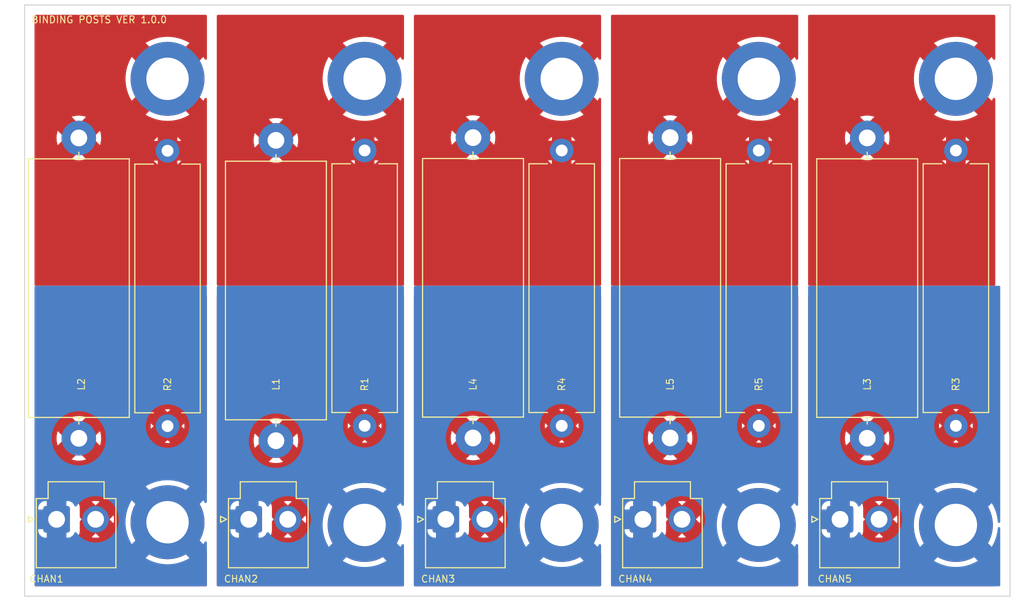
<source format=kicad_pcb>
(kicad_pcb (version 20211014) (generator pcbnew)
  (layers (0 "F.Cu" signal) (31 "B.Cu" signal) (34 "B.Paste" user) (35 "F.Paste" user) (36 "B.SilkS" user "B.Silkscreen") (37 "F.SilkS" user "F.Silkscreen") (38 "B.Mask" user) (39 "F.Mask" user) (44 "Edge.Cuts" user))
  (net 0 "")
  (net 1 "SIGNAL")
  (net 2 "PGND")
  (net 3 "SPEAKER")
  (net 4 "SPEAKER2")
  (net 5 "PGND2")
  (net 6 "SIGNAL2")
  (net 7 "SPEAKER3")
  (net 8 "PGND3")
  (net 9 "SIGNAL3")
  (net 10 "SPEAKER4")
  (net 11 "PGND4")
  (net 12 "SIGNAL4")
  (net 13 "SPEAKER5")
  (net 14 "PGND5")
  (net 15 "SIGNAL5")
  (footprint "Connector_JST:JST_VH_B2P-VH-B_1x02_P3.96mm_Vertical" (layer "F.Cu") (at 166.2425 92.7)
    (fp_text reference "J4" hide)
    (fp_text value "Conn_01x02_Male")
    (fp_line (start -2.06 -2.11) (end -0.86 -2.11) (layer "F.SilkS") (width 0.12))
    (fp_line (start 4.82 -2.11) (end 6.02 -2.11) (layer "F.SilkS") (width 0.12))
    (fp_line (start -0.86 -2.11) (end -0.86 -3.81) (layer "F.SilkS") (width 0.12))
    (fp_line (start 6.02 -2.11) (end 6.02 4.91) (layer "F.SilkS") (width 0.12))
    (fp_line (start -2.06 4.91) (end -2.06 -2.11) (layer "F.SilkS") (width 0.12))
    (fp_line (start -2.86 0.3) (end -2.86 -0.3) (layer "F.SilkS") (width 0.12))
    (fp_line (start -2.86 -0.3) (end -2.26 0) (layer "F.SilkS") (width 0.12))
    (fp_line (start 4.82 -3.81) (end 4.82 -2.11) (layer "F.SilkS") (width 0.12))
    (fp_line (start -0.86 -3.81) (end 4.82 -3.81) (layer "F.SilkS") (width 0.12))
    (fp_line (start 6.02 4.91) (end -2.06 4.91) (layer "F.SilkS") (width 0.12))
    (fp_line (start -2.26 0) (end -2.86 0.3) (layer "F.SilkS") (width 0.12))
    (pad "1" thru_hole roundrect (at 0 0) (size 2.7 2.7) (drill 1.7) (layers *.Cu *.Mask) (roundrect_rratio 0.09259296296) (net 8 "PGND3"))
    (pad "2" thru_hole circle (at 3.96 0) (size 2.7 2.7) (drill 1.7) (layers *.Cu *.Mask) (net 9 "SIGNAL3"))
  )
  (footprint "Inductor_THT:L_Axial_L26.0mm_D10.0mm_P30.48mm_Horizontal_Fastron_77A" (layer "F.Cu") (at 169 53.965 -90)
    (fp_text reference "L4" (at 25.035 0 90 unlocked) (layer "F.SilkS") (effects (font (size 0.7 0.7) (thickness 0.1))))
    (fp_text value "0.7u")
    (fp_line (start 28.36 -5.12) (end 2.12 -5.12) (layer "F.SilkS") (width 0.12))
    (fp_line (start 2.12 5.12) (end 28.36 5.12) (layer "F.SilkS") (width 0.12))
    (fp_line (start 28.36 5.12) (end 28.36 -5.12) (layer "F.SilkS") (width 0.12))
    (fp_line (start 29.04 0) (end 28.36 0) (layer "F.SilkS") (width 0.12))
    (fp_line (start 1.44 0) (end 2.12 0) (layer "F.SilkS") (width 0.12))
    (fp_line (start 2.12 -5.12) (end 2.12 5.12) (layer "F.SilkS") (width 0.12))
    (pad "1" thru_hole circle (at 0 0 270) (size 3.5 3.5) (drill 1.7) (layers *.Cu *.Mask) (net 7 "SPEAKER3"))
    (pad "2" thru_hole circle (at 30.48 0 270) (size 3.5 3.5) (drill 1.7) (layers *.Cu *.Mask) (net 9 "SIGNAL3"))
  )
  (footprint "MountingHole:MountingHole_4.3mm_M4_DIN965_Pad" (layer "F.Cu") (at 138 92.995)
    (fp_text reference "H4" hide)
    (fp_text value "MountingHole_Pad")
    (pad "1" thru_hole circle (at 0 0) (size 7.5 7.5) (drill 4.3) (layers *.Cu *.Mask) (net 2 "PGND"))
  )
  (footprint "Inductor_THT:L_Axial_L26.0mm_D10.0mm_P30.48mm_Horizontal_Fastron_77A" (layer "F.Cu") (at 129 54 -90)
    (fp_text reference "L2" (at 25 -0.25 90 unlocked) (layer "F.SilkS") (effects (font (size 0.7 0.7) (thickness 0.1))))
    (fp_text value "0.7u")
    (fp_line (start 28.36 5.12) (end 28.36 -5.12) (layer "F.SilkS") (width 0.12))
    (fp_line (start 1.44 0) (end 2.12 0) (layer "F.SilkS") (width 0.12))
    (fp_line (start 28.36 -5.12) (end 2.12 -5.12) (layer "F.SilkS") (width 0.12))
    (fp_line (start 2.12 -5.12) (end 2.12 5.12) (layer "F.SilkS") (width 0.12))
    (fp_line (start 2.12 5.12) (end 28.36 5.12) (layer "F.SilkS") (width 0.12))
    (fp_line (start 29.04 0) (end 28.36 0) (layer "F.SilkS") (width 0.12))
    (pad "1" thru_hole circle (at 0 0 270) (size 3.5 3.5) (drill 1.7) (layers *.Cu *.Mask) (net 3 "SPEAKER"))
    (pad "2" thru_hole circle (at 30.48 0 270) (size 3.5 3.5) (drill 1.7) (layers *.Cu *.Mask) (net 1 "SIGNAL"))
  )
  (footprint "MountingHole:MountingHole_4.3mm_M4_DIN965_Pad" (layer "F.Cu") (at 218 93.27)
    (fp_text reference "H7" hide)
    (fp_text value "MountingHole_Pad")
    (pad "1" thru_hole circle (at 0 0) (size 7.5 7.5) (drill 4.3) (layers *.Cu *.Mask) (net 14 "PGND5"))
  )
  (footprint "MountingHole:MountingHole_4.3mm_M4_DIN965_Pad" (layer "F.Cu") (at 218 48)
    (fp_text reference "H5" hide)
    (fp_text value "MountingHole_Pad")
    (pad "1" thru_hole circle (at 0 0) (size 7.5 7.5) (drill 4.3) (layers *.Cu *.Mask) (net 13 "SPEAKER5"))
  )
  (footprint "MountingHole:MountingHole_4.3mm_M4_DIN965_Pad" (layer "F.Cu") (at 178 48)
    (fp_text reference "H6" hide)
    (fp_text value "MountingHole_Pad")
    (pad "1" thru_hole circle (at 0 0) (size 7.5 7.5) (drill 4.3) (layers *.Cu *.Mask) (net 7 "SPEAKER3"))
  )
  (footprint "Resistor_THT:R_Axial_Power_L25.0mm_W6.4mm_P27.94mm" (layer "F.Cu") (at 198 83.21 90)
    (fp_text reference "R5" (at 4.21 0 90 unlocked) (layer "F.SilkS") (effects (font (size 0.7 0.7) (thickness 0.1))))
    (fp_text value "10R")
    (fp_line (start 1.35 3.32) (end 26.59 3.32) (layer "F.SilkS") (width 0.12))
    (fp_line (start 1.35 -1.44) (end 1.35 -3.32) (layer "F.SilkS") (width 0.12))
    (fp_line (start 1.35 1.44) (end 1.35 3.32) (layer "F.SilkS") (width 0.12))
    (fp_line (start 1.35 -3.32) (end 26.59 -3.32) (layer "F.SilkS") (width 0.12))
    (fp_line (start 26.59 3.32) (end 26.59 1.44) (layer "F.SilkS") (width 0.12))
    (fp_line (start 26.59 -3.32) (end 26.59 -1.44) (layer "F.SilkS") (width 0.12))
    (pad "1" thru_hole circle (at 0 0 90) (size 2.4 2.4) (drill 1.2) (layers *.Cu *.Mask) (net 12 "SIGNAL4"))
    (pad "2" thru_hole oval (at 27.94 0 90) (size 2.4 2.4) (drill 1.2) (layers *.Cu *.Mask) (net 10 "SPEAKER4"))
  )
  (footprint "MountingHole:MountingHole_4.3mm_M4_DIN965_Pad" (layer "F.Cu") (at 138 48)
    (fp_text reference "H2" hide)
    (fp_text value "MountingHole_Pad")
    (pad "1" thru_hole circle (at 0 0) (size 7.5 7.5) (drill 4.3) (layers *.Cu *.Mask) (net 3 "SPEAKER"))
  )
  (footprint "Resistor_THT:R_Axial_Power_L25.0mm_W6.4mm_P27.94mm" (layer "F.Cu") (at 138 83.24 90)
    (fp_text reference "R2" (at 4.24 0 90 unlocked) (layer "F.SilkS") (effects (font (size 0.7 0.7) (thickness 0.1))))
    (fp_text value "10R")
    (fp_line (start 1.35 3.32) (end 26.59 3.32) (layer "F.SilkS") (width 0.12))
    (fp_line (start 26.59 -3.32) (end 26.59 -1.44) (layer "F.SilkS") (width 0.12))
    (fp_line (start 1.35 -1.44) (end 1.35 -3.32) (layer "F.SilkS") (width 0.12))
    (fp_line (start 1.35 -3.32) (end 26.59 -3.32) (layer "F.SilkS") (width 0.12))
    (fp_line (start 1.35 1.44) (end 1.35 3.32) (layer "F.SilkS") (width 0.12))
    (fp_line (start 26.59 3.32) (end 26.59 1.44) (layer "F.SilkS") (width 0.12))
    (pad "1" thru_hole circle (at 0 0 90) (size 2.4 2.4) (drill 1.2) (layers *.Cu *.Mask) (net 1 "SIGNAL"))
    (pad "2" thru_hole oval (at 27.94 0 90) (size 2.4 2.4) (drill 1.2) (layers *.Cu *.Mask) (net 3 "SPEAKER"))
  )
  (footprint "Resistor_THT:R_Axial_Power_L25.0mm_W6.4mm_P27.94mm" (layer "F.Cu") (at 218 83.21 90)
    (fp_text reference "R3" (at 4.21 0 90 unlocked) (layer "F.SilkS") (effects (font (size 0.7 0.7) (thickness 0.1))))
    (fp_text value "10R")
    (fp_line (start 1.35 1.44) (end 1.35 3.32) (layer "F.SilkS") (width 0.12))
    (fp_line (start 26.59 -3.32) (end 26.59 -1.44) (layer "F.SilkS") (width 0.12))
    (fp_line (start 1.35 -3.32) (end 26.59 -3.32) (layer "F.SilkS") (width 0.12))
    (fp_line (start 1.35 -1.44) (end 1.35 -3.32) (layer "F.SilkS") (width 0.12))
    (fp_line (start 26.59 3.32) (end 26.59 1.44) (layer "F.SilkS") (width 0.12))
    (fp_line (start 1.35 3.32) (end 26.59 3.32) (layer "F.SilkS") (width 0.12))
    (pad "1" thru_hole circle (at 0 0 90) (size 2.4 2.4) (drill 1.2) (layers *.Cu *.Mask) (net 15 "SIGNAL5"))
    (pad "2" thru_hole oval (at 27.94 0 90) (size 2.4 2.4) (drill 1.2) (layers *.Cu *.Mask) (net 13 "SPEAKER5"))
  )
  (footprint "Inductor_THT:L_Axial_L26.0mm_D10.0mm_P30.48mm_Horizontal_Fastron_77A" (layer "F.Cu") (at 149 54.24 -90)
    (fp_text reference "L1" (at 24.76 0 90 unlocked) (layer "F.SilkS") (effects (font (size 0.7 0.7) (thickness 0.1))))
    (fp_text value "0.7u")
    (fp_line (start 2.12 5.12) (end 28.36 5.12) (layer "F.SilkS") (width 0.12))
    (fp_line (start 1.44 0) (end 2.12 0) (layer "F.SilkS") (width 0.12))
    (fp_line (start 28.36 -5.12) (end 2.12 -5.12) (layer "F.SilkS") (width 0.12))
    (fp_line (start 28.36 5.12) (end 28.36 -5.12) (layer "F.SilkS") (width 0.12))
    (fp_line (start 2.12 -5.12) (end 2.12 5.12) (layer "F.SilkS") (width 0.12))
    (fp_line (start 29.04 0) (end 28.36 0) (layer "F.SilkS") (width 0.12))
    (pad "1" thru_hole circle (at 0 0 270) (size 3.5 3.5) (drill 1.7) (layers *.Cu *.Mask) (net 4 "SPEAKER2"))
    (pad "2" thru_hole circle (at 30.48 0 270) (size 3.5 3.5) (drill 1.7) (layers *.Cu *.Mask) (net 6 "SIGNAL2"))
  )
  (footprint "Connector_JST:JST_VH_B2P-VH-B_1x02_P3.96mm_Vertical" (layer "F.Cu") (at 146.2425 92.7)
    (fp_text reference "J1" hide)
    (fp_text value "Conn_01x02_Male")
    (fp_line (start -2.86 0.3) (end -2.86 -0.3) (layer "F.SilkS") (width 0.12))
    (fp_line (start 6.02 4.91) (end -2.06 4.91) (layer "F.SilkS") (width 0.12))
    (fp_line (start -0.86 -2.11) (end -0.86 -3.81) (layer "F.SilkS") (width 0.12))
    (fp_line (start -2.06 -2.11) (end -0.86 -2.11) (layer "F.SilkS") (width 0.12))
    (fp_line (start -2.26 0) (end -2.86 0.3) (layer "F.SilkS") (width 0.12))
    (fp_line (start -2.86 -0.3) (end -2.26 0) (layer "F.SilkS") (width 0.12))
    (fp_line (start 4.82 -2.11) (end 6.02 -2.11) (layer "F.SilkS") (width 0.12))
    (fp_line (start 4.82 -3.81) (end 4.82 -2.11) (layer "F.SilkS") (width 0.12))
    (fp_line (start 6.02 -2.11) (end 6.02 4.91) (layer "F.SilkS") (width 0.12))
    (fp_line (start -0.86 -3.81) (end 4.82 -3.81) (layer "F.SilkS") (width 0.12))
    (fp_line (start -2.06 4.91) (end -2.06 -2.11) (layer "F.SilkS") (width 0.12))
    (pad "1" thru_hole roundrect (at 0 0) (size 2.7 2.7) (drill 1.7) (layers *.Cu *.Mask) (roundrect_rratio 0.09259296296) (net 5 "PGND2"))
    (pad "2" thru_hole circle (at 3.96 0) (size 2.7 2.7) (drill 1.7) (layers *.Cu *.Mask) (net 6 "SIGNAL2"))
  )
  (footprint "MountingHole:MountingHole_4.3mm_M4_DIN965_Pad" (layer "F.Cu") (at 198 48)
    (fp_text reference "H9" hide)
    (fp_text value "MountingHole_Pad")
    (pad "1" thru_hole circle (at 0 0) (size 7.5 7.5) (drill 4.3) (layers *.Cu *.Mask) (net 10 "SPEAKER4"))
  )
  (footprint "Resistor_THT:R_Axial_Power_L25.0mm_W6.4mm_P27.94mm" (layer "F.Cu") (at 178 83.21 90)
    (fp_text reference "R4" (at 4.21 0 90 unlocked) (layer "F.SilkS") (effects (font (size 0.7 0.7) (thickness 0.1))))
    (fp_text value "10R")
    (fp_line (start 1.35 1.44) (end 1.35 3.32) (layer "F.SilkS") (width 0.12))
    (fp_line (start 26.59 3.32) (end 26.59 1.44) (layer "F.SilkS") (width 0.12))
    (fp_line (start 1.35 -3.32) (end 26.59 -3.32) (layer "F.SilkS") (width 0.12))
    (fp_line (start 1.35 -1.44) (end 1.35 -3.32) (layer "F.SilkS") (width 0.12))
    (fp_line (start 1.35 3.32) (end 26.59 3.32) (layer "F.SilkS") (width 0.12))
    (fp_line (start 26.59 -3.32) (end 26.59 -1.44) (layer "F.SilkS") (width 0.12))
    (pad "1" thru_hole circle (at 0 0 90) (size 2.4 2.4) (drill 1.2) (layers *.Cu *.Mask) (net 9 "SIGNAL3"))
    (pad "2" thru_hole oval (at 27.94 0 90) (size 2.4 2.4) (drill 1.2) (layers *.Cu *.Mask) (net 7 "SPEAKER3"))
  )
  (footprint "MountingHole:MountingHole_4.3mm_M4_DIN965_Pad" (layer "F.Cu") (at 158 48)
    (fp_text reference "H1" hide)
    (fp_text value "MountingHole_Pad")
    (pad "1" thru_hole circle (at 0 0) (size 7.5 7.5) (drill 4.3) (layers *.Cu *.Mask) (net 4 "SPEAKER2"))
  )
  (footprint "Resistor_THT:R_Axial_Power_L25.0mm_W6.4mm_P27.94mm" (layer "F.Cu") (at 158 83.21 90)
    (fp_text reference "R1" (at 4.21 0 90 unlocked) (layer "F.SilkS") (effects (font (size 0.7 0.7) (thickness 0.1))))
    (fp_text value "10R")
    (fp_line (start 26.59 -3.32) (end 26.59 -1.44) (layer "F.SilkS") (width 0.12))
    (fp_line (start 26.59 3.32) (end 26.59 1.44) (layer "F.SilkS") (width 0.12))
    (fp_line (start 1.35 -3.32) (end 26.59 -3.32) (layer "F.SilkS") (width 0.12))
    (fp_line (start 1.35 -1.44) (end 1.35 -3.32) (layer "F.SilkS") (width 0.12))
    (fp_line (start 1.35 3.32) (end 26.59 3.32) (layer "F.SilkS") (width 0.12))
    (fp_line (start 1.35 1.44) (end 1.35 3.32) (layer "F.SilkS") (width 0.12))
    (pad "1" thru_hole circle (at 0 0 90) (size 2.4 2.4) (drill 1.2) (layers *.Cu *.Mask) (net 6 "SIGNAL2"))
    (pad "2" thru_hole oval (at 27.94 0 90) (size 2.4 2.4) (drill 1.2) (layers *.Cu *.Mask) (net 4 "SPEAKER2"))
  )
  (footprint "Inductor_THT:L_Axial_L26.0mm_D10.0mm_P30.48mm_Horizontal_Fastron_77A" (layer "F.Cu") (at 189 53.965 -90)
    (fp_text reference "L5" (at 25.035 0 90 unlocked) (layer "F.SilkS") (effects (font (size 0.7 0.7) (thickness 0.1))))
    (fp_text value "0.7u")
    (fp_line (start 28.36 -5.12) (end 2.12 -5.12) (layer "F.SilkS") (width 0.12))
    (fp_line (start 2.12 5.12) (end 28.36 5.12) (layer "F.SilkS") (width 0.12))
    (fp_line (start 29.04 0) (end 28.36 0) (layer "F.SilkS") (width 0.12))
    (fp_line (start 1.44 0) (end 2.12 0) (layer "F.SilkS") (width 0.12))
    (fp_line (start 28.36 5.12) (end 28.36 -5.12) (layer "F.SilkS") (width 0.12))
    (fp_line (start 2.12 -5.12) (end 2.12 5.12) (layer "F.SilkS") (width 0.12))
    (pad "1" thru_hole circle (at 0 0 270) (size 3.5 3.5) (drill 1.7) (layers *.Cu *.Mask) (net 10 "SPEAKER4"))
    (pad "2" thru_hole circle (at 30.48 0 270) (size 3.5 3.5) (drill 1.7) (layers *.Cu *.Mask) (net 12 "SIGNAL4"))
  )
  (footprint "Inductor_THT:L_Axial_L26.0mm_D10.0mm_P30.48mm_Horizontal_Fastron_77A" (layer "F.Cu") (at 209 53.995 -90)
    (fp_text reference "L3" (at 25.005 0 90 unlocked) (layer "F.SilkS") (effects (font (size 0.7 0.7) (thickness 0.1))))
    (fp_text value "0.7u")
    (fp_line (start 1.44 0) (end 2.12 0) (layer "F.SilkS") (width 0.12))
    (fp_line (start 2.12 5.12) (end 28.36 5.12) (layer "F.SilkS") (width 0.12))
    (fp_line (start 28.36 -5.12) (end 2.12 -5.12) (layer "F.SilkS") (width 0.12))
    (fp_line (start 2.12 -5.12) (end 2.12 5.12) (layer "F.SilkS") (width 0.12))
    (fp_line (start 29.04 0) (end 28.36 0) (layer "F.SilkS") (width 0.12))
    (fp_line (start 28.36 5.12) (end 28.36 -5.12) (layer "F.SilkS") (width 0.12))
    (pad "1" thru_hole circle (at 0 0 270) (size 3.5 3.5) (drill 1.7) (layers *.Cu *.Mask) (net 13 "SPEAKER5"))
    (pad "2" thru_hole circle (at 30.48 0 270) (size 3.5 3.5) (drill 1.7) (layers *.Cu *.Mask) (net 15 "SIGNAL5"))
  )
  (footprint "Connector_JST:JST_VH_B2P-VH-B_1x02_P3.96mm_Vertical" (layer "F.Cu") (at 186.2425 92.7)
    (fp_text reference "J5" hide)
    (fp_text value "Conn_01x02_Male")
    (fp_line (start -2.86 0.3) (end -2.86 -0.3) (layer "F.SilkS") (width 0.12))
    (fp_line (start -2.86 -0.3) (end -2.26 0) (layer "F.SilkS") (width 0.12))
    (fp_line (start -2.06 -2.11) (end -0.86 -2.11) (layer "F.SilkS") (width 0.12))
    (fp_line (start -0.86 -2.11) (end -0.86 -3.81) (layer "F.SilkS") (width 0.12))
    (fp_line (start -2.06 4.91) (end -2.06 -2.11) (layer "F.SilkS") (width 0.12))
    (fp_line (start 4.82 -2.11) (end 6.02 -2.11) (layer "F.SilkS") (width 0.12))
    (fp_line (start -0.86 -3.81) (end 4.82 -3.81) (layer "F.SilkS") (width 0.12))
    (fp_line (start 4.82 -3.81) (end 4.82 -2.11) (layer "F.SilkS") (width 0.12))
    (fp_line (start 6.02 4.91) (end -2.06 4.91) (layer "F.SilkS") (width 0.12))
    (fp_line (start -2.26 0) (end -2.86 0.3) (layer "F.SilkS") (width 0.12))
    (fp_line (start 6.02 -2.11) (end 6.02 4.91) (layer "F.SilkS") (width 0.12))
    (pad "1" thru_hole roundrect (at 0 0) (size 2.7 2.7) (drill 1.7) (layers *.Cu *.Mask) (roundrect_rratio 0.09259296296) (net 11 "PGND4"))
    (pad "2" thru_hole circle (at 3.96 0) (size 2.7 2.7) (drill 1.7) (layers *.Cu *.Mask) (net 12 "SIGNAL4"))
  )
  (footprint "Connector_JST:JST_VH_B2P-VH-B_1x02_P3.96mm_Vertical" (layer "F.Cu") (at 206.2425 92.7)
    (fp_text reference "J3" hide)
    (fp_text value "Conn_01x02_Male")
    (fp_line (start 4.82 -3.81) (end 4.82 -2.11) (layer "F.SilkS") (width 0.12))
    (fp_line (start -2.06 4.91) (end -2.06 -2.11) (layer "F.SilkS") (width 0.12))
    (fp_line (start -0.86 -2.11) (end -0.86 -3.81) (layer "F.SilkS") (width 0.12))
    (fp_line (start -2.26 0) (end -2.86 0.3) (layer "F.SilkS") (width 0.12))
    (fp_line (start -2.86 0.3) (end -2.86 -0.3) (layer "F.SilkS") (width 0.12))
    (fp_line (start 6.02 -2.11) (end 6.02 4.91) (layer "F.SilkS") (width 0.12))
    (fp_line (start -2.06 -2.11) (end -0.86 -2.11) (layer "F.SilkS") (width 0.12))
    (fp_line (start -2.86 -0.3) (end -2.26 0) (layer "F.SilkS") (width 0.12))
    (fp_line (start 4.82 -2.11) (end 6.02 -2.11) (layer "F.SilkS") (width 0.12))
    (fp_line (start 6.02 4.91) (end -2.06 4.91) (layer "F.SilkS") (width 0.12))
    (fp_line (start -0.86 -3.81) (end 4.82 -3.81) (layer "F.SilkS") (width 0.12))
    (pad "1" thru_hole roundrect (at 0 0) (size 2.7 2.7) (drill 1.7) (layers *.Cu *.Mask) (roundrect_rratio 0.09259296296) (net 14 "PGND5"))
    (pad "2" thru_hole circle (at 3.96 0) (size 2.7 2.7) (drill 1.7) (layers *.Cu *.Mask) (net 15 "SIGNAL5"))
  )
  (footprint "Connector_JST:JST_VH_B2P-VH-B_1x02_P3.96mm_Vertical" (layer "F.Cu") (at 126.7425 92.7)
    (fp_text reference "J2" hide)
    (fp_text value "Conn_01x02_Male")
    (fp_line (start 6.02 -2.11) (end 6.02 4.91) (layer "F.SilkS") (width 0.12))
    (fp_line (start -2.86 0.3) (end -2.86 -0.3) (layer "F.SilkS") (width 0.12))
    (fp_line (start -0.86 -2.11) (end -0.86 -3.81) (layer "F.SilkS") (width 0.12))
    (fp_line (start -2.86 -0.3) (end -2.26 0) (layer "F.SilkS") (width 0.12))
    (fp_line (start -2.06 -2.11) (end -0.86 -2.11) (layer "F.SilkS") (width 0.12))
    (fp_line (start -2.26 0) (end -2.86 0.3) (layer "F.SilkS") (width 0.12))
    (fp_line (start 4.82 -3.81) (end 4.82 -2.11) (layer "F.SilkS") (width 0.12))
    (fp_line (start 6.02 4.91) (end -2.06 4.91) (layer "F.SilkS") (width 0.12))
    (fp_line (start -0.86 -3.81) (end 4.82 -3.81) (layer "F.SilkS") (width 0.12))
    (fp_line (start -2.06 4.91) (end -2.06 -2.11) (layer "F.SilkS") (width 0.12))
    (fp_line (start 4.82 -2.11) (end 6.02 -2.11) (layer "F.SilkS") (width 0.12))
    (pad "1" thru_hole roundrect (at 0 0) (size 2.7 2.7) (drill 1.7) (layers *.Cu *.Mask) (roundrect_rratio 0.09259296296) (net 2 "PGND"))
    (pad "2" thru_hole circle (at 3.96 0) (size 2.7 2.7) (drill 1.7) (layers *.Cu *.Mask) (net 1 "SIGNAL"))
  )
  (footprint "MountingHole:MountingHole_4.3mm_M4_DIN965_Pad" (layer "F.Cu") (at 158 93.27)
    (fp_text reference "H3" hide)
    (fp_text value "MountingHole_Pad")
    (pad "1" thru_hole circle (at 0 0) (size 7.5 7.5) (drill 4.3) (layers *.Cu *.Mask) (net 5 "PGND2"))
  )
  (footprint "MountingHole:MountingHole_4.3mm_M4_DIN965_Pad" (layer "F.Cu") (at 178 93.27)
    (fp_text reference "H8" hide)
    (fp_text value "MountingHole_Pad")
    (pad "1" thru_hole circle (at 0 0) (size 7.5 7.5) (drill 4.3) (layers *.Cu *.Mask) (net 8 "PGND3"))
  )
  (footprint "MountingHole:MountingHole_4.3mm_M4_DIN965_Pad" (layer "F.Cu") (at 198 93.27)
    (fp_text reference "H10" hide)
    (fp_text value "MountingHole_Pad")
    (pad "1" thru_hole circle (at 0 0) (size 7.5 7.5) (drill 4.3) (layers *.Cu *.Mask) (net 11 "PGND4"))
  )
  (gr_line (start 123.5 40.5) (end 123.5 100.5) (layer "Edge.Cuts") (width 0.1))
  (gr_line (start 223.5 100.5) (end 223.5 40.5) (layer "Edge.Cuts") (width 0.1))
  (gr_line (start 223.5 40.5) (end 123.5 40.5) (layer "Edge.Cuts") (width 0.1))
  (gr_line (start 123.5 100.5) (end 223.5 100.5) (layer "Edge.Cuts") (width 0.1))
  (gr_text "CHAN3" (at 167.2375 98.75) (layer "F.SilkS") (effects (font (size 0.7 0.7) (thickness 0.1)) (justify right)))
  (gr_text "CHAN5" (at 207.5 98.75) (layer "F.SilkS") (effects (font (size 0.7 0.7) (thickness 0.1)) (justify right)))
  (gr_text "CHAN4" (at 187.25 98.75) (layer "F.SilkS") (effects (font (size 0.7 0.7) (thickness 0.1)) (justify right)))
  (gr_text "CHAN2" (at 147.2375 98.75) (layer "F.SilkS") (effects (font (size 0.7 0.7) (thickness 0.1)) (justify right)))
  (gr_text "CHAN1" (at 127.5 98.75) (layer "F.SilkS") (effects (font (size 0.7 0.7) (thickness 0.1)) (justify right)))
  (gr_text "BINDING POSTS VER 1.0.0" (at 138 42) (layer "F.SilkS") (effects (font (size 0.7 0.7) (thickness 0.1)) (justify right)))
  (zone (net 3) (net_name "SPEAKER") (layer "F.Cu") (connect_pads (clearance 1)) (min_thickness 0.254) (fill yes (thermal_gap 0.508) (thermal_bridge_width 2))
    (polygon (pts (xy 142 69) (xy 123 69) (xy 123 40) (xy 142 40)))
  )
  (zone (net 7) (net_name "SPEAKER3") (layer "F.Cu") (connect_pads (clearance 1)) (min_thickness 0.254) (fill yes (thermal_gap 0.508) (thermal_bridge_width 2))
    (polygon (pts (xy 182 69) (xy 163 69) (xy 163 40) (xy 182 40)))
  )
  (zone (net 1) (net_name "SIGNAL") (layer "F.Cu") (connect_pads (clearance 1)) (min_thickness 0.254) (fill yes (thermal_gap 0.508) (thermal_bridge_width 2))
    (polygon (pts (xy 142 101) (xy 123 101) (xy 123 70) (xy 142 70)))
  )
  (zone (net 6) (net_name "SIGNAL2") (layer "F.Cu") (connect_pads (clearance 1)) (min_thickness 0.254) (fill yes (thermal_gap 0.508) (thermal_bridge_width 2))
    (polygon (pts (xy 162 101) (xy 143 101) (xy 143 70) (xy 162 70)))
  )
  (zone (net 9) (net_name "SIGNAL3") (layer "F.Cu") (connect_pads (clearance 1)) (min_thickness 0.254) (fill yes (thermal_gap 0.508) (thermal_bridge_width 2))
    (polygon (pts (xy 182 101) (xy 163 101) (xy 163 70) (xy 182 70)))
  )
  (zone (net 13) (net_name "SPEAKER5") (layer "F.Cu") (connect_pads (clearance 1)) (min_thickness 0.254) (fill yes (thermal_gap 0.508) (thermal_bridge_width 2))
    (polygon (pts (xy 222 69) (xy 203 69) (xy 203 40) (xy 222 40)))
  )
  (zone (net 12) (net_name "SIGNAL4") (layer "F.Cu") (connect_pads (clearance 1)) (min_thickness 0.254) (fill yes (thermal_gap 0.508) (thermal_bridge_width 2))
    (polygon (pts (xy 202 101) (xy 183 101) (xy 183 70) (xy 202 70)))
  )
  (zone (net 4) (net_name "SPEAKER2") (layer "F.Cu") (connect_pads (clearance 1)) (min_thickness 0.254) (fill yes (thermal_gap 0.508) (thermal_bridge_width 2))
    (polygon (pts (xy 162 69) (xy 143 69) (xy 143 40) (xy 162 40)))
  )
  (zone (net 10) (net_name "SPEAKER4") (layer "F.Cu") (connect_pads (clearance 1)) (min_thickness 0.254) (fill yes (thermal_gap 0.508) (thermal_bridge_width 2))
    (polygon (pts (xy 202 69) (xy 183 69) (xy 183 40) (xy 202 40)))
  )
  (zone (net 15) (net_name "SIGNAL5") (layer "F.Cu") (connect_pads (clearance 1)) (min_thickness 0.254) (fill yes (thermal_gap 0.508) (thermal_bridge_width 2))
    (polygon (pts (xy 222 101) (xy 203 101) (xy 203 70) (xy 222 70)))
  )
  (zone (net 11) (net_name "PGND4") (layer "B.Cu") (priority 4) (connect_pads (clearance 1)) (min_thickness 0.254) (fill yes (thermal_gap 0.508) (thermal_bridge_width 2))
    (polygon (pts (xy 203 101) (xy 183 101) (xy 183 69) (xy 203 69)))
  )
  (zone (net 2) (net_name "PGND") (layer "B.Cu") (connect_pads (clearance 1)) (min_thickness 0.254) (fill yes (thermal_gap 0.508) (thermal_bridge_width 2))
    (polygon (pts (xy 143 101) (xy 123 101) (xy 123 69) (xy 143 69)))
  )
  (zone (net 14) (net_name "PGND5") (layer "B.Cu") (priority 5) (connect_pads (clearance 1)) (min_thickness 0.254) (fill yes (thermal_gap 0.508) (thermal_bridge_width 2))
    (polygon (pts (xy 223 101) (xy 203 101) (xy 203 69) (xy 223 69)))
  )
  (zone (net 5) (net_name "PGND2") (layer "B.Cu") (priority 1) (connect_pads (clearance 1)) (min_thickness 0.254) (fill yes (thermal_gap 0.508) (thermal_bridge_width 2))
    (polygon (pts (xy 163 101) (xy 143 101) (xy 143 69) (xy 163 69)))
  )
  (zone (net 8) (net_name "PGND3") (layer "B.Cu") (priority 3) (connect_pads (clearance 1)) (min_thickness 0.254) (fill yes (thermal_gap 0.508) (thermal_bridge_width 2))
    (polygon (pts (xy 183 101) (xy 163 101) (xy 163 69) (xy 183 69)))
  )
)
</source>
